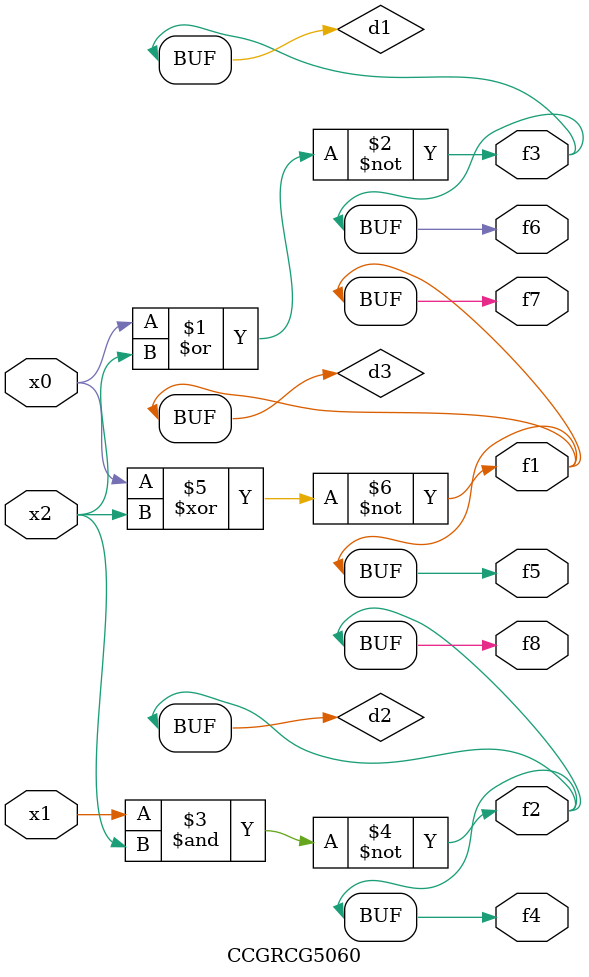
<source format=v>
module CCGRCG5060(
	input x0, x1, x2,
	output f1, f2, f3, f4, f5, f6, f7, f8
);

	wire d1, d2, d3;

	nor (d1, x0, x2);
	nand (d2, x1, x2);
	xnor (d3, x0, x2);
	assign f1 = d3;
	assign f2 = d2;
	assign f3 = d1;
	assign f4 = d2;
	assign f5 = d3;
	assign f6 = d1;
	assign f7 = d3;
	assign f8 = d2;
endmodule

</source>
